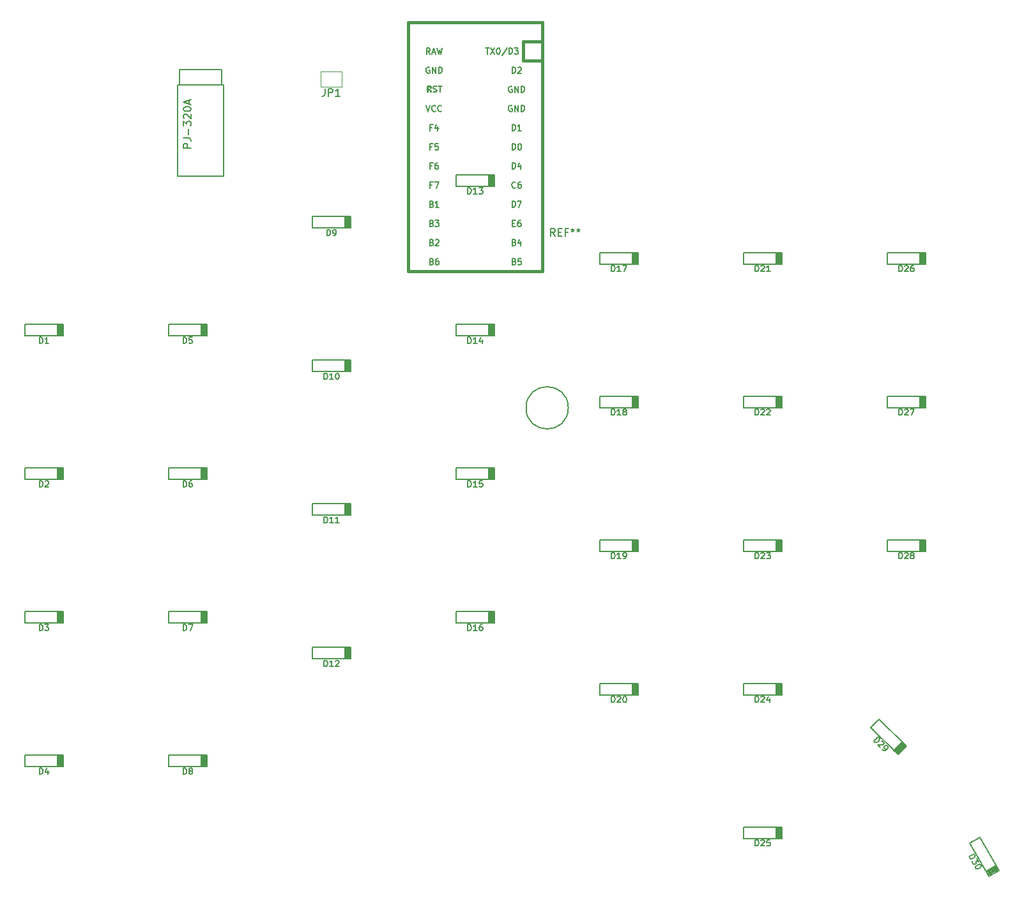
<source format=gbr>
G04 #@! TF.GenerationSoftware,KiCad,Pcbnew,(5.1.2)-2*
G04 #@! TF.CreationDate,2019-06-19T20:54:41-05:00*
G04 #@! TF.ProjectId,BlastersRev2,426c6173-7465-4727-9352-6576322e6b69,rev?*
G04 #@! TF.SameCoordinates,Original*
G04 #@! TF.FileFunction,Legend,Top*
G04 #@! TF.FilePolarity,Positive*
%FSLAX46Y46*%
G04 Gerber Fmt 4.6, Leading zero omitted, Abs format (unit mm)*
G04 Created by KiCad (PCBNEW (5.1.2)-2) date 2019-06-19 20:54:41*
%MOMM*%
%LPD*%
G04 APERTURE LIST*
%ADD10C,0.120000*%
%ADD11C,0.150000*%
%ADD12C,0.381000*%
G04 APERTURE END LIST*
D10*
X106120000Y-60190000D02*
X106120000Y-62190000D01*
X103320000Y-60190000D02*
X106120000Y-60190000D01*
X103320000Y-62190000D02*
X103320000Y-60190000D01*
X106120000Y-62190000D02*
X103320000Y-62190000D01*
D11*
X90193750Y-59912500D02*
X84593750Y-59912500D01*
X84593750Y-61912500D02*
X84593750Y-59912500D01*
X90193750Y-61912500D02*
X90193750Y-59912500D01*
X84343750Y-61912500D02*
X84343750Y-74012500D01*
X90443750Y-61912500D02*
X90443750Y-74012500D01*
X90443750Y-74012500D02*
X84343750Y-74012500D01*
X90443750Y-61912500D02*
X84343750Y-61912500D01*
X140335000Y-85693250D02*
X145415000Y-85693250D01*
X145415000Y-85693250D02*
X145415000Y-84169250D01*
X145415000Y-84169250D02*
X140335000Y-84169250D01*
X140335000Y-84169250D02*
X140335000Y-85693250D01*
X140335000Y-85693250D02*
X140843000Y-85693250D01*
X145034000Y-85693250D02*
X145034000Y-84169250D01*
X145161000Y-84169250D02*
X145161000Y-85693250D01*
X145288000Y-85693250D02*
X145288000Y-84169250D01*
X144907000Y-84169250D02*
X144907000Y-85693250D01*
X144780000Y-85693250D02*
X144780000Y-84169250D01*
X144653000Y-85693250D02*
X144653000Y-84169250D01*
X144653000Y-104743250D02*
X144653000Y-103219250D01*
X144780000Y-104743250D02*
X144780000Y-103219250D01*
X144907000Y-103219250D02*
X144907000Y-104743250D01*
X145288000Y-104743250D02*
X145288000Y-103219250D01*
X145161000Y-103219250D02*
X145161000Y-104743250D01*
X145034000Y-104743250D02*
X145034000Y-103219250D01*
X140335000Y-104743250D02*
X140843000Y-104743250D01*
X140335000Y-103219250D02*
X140335000Y-104743250D01*
X145415000Y-103219250D02*
X140335000Y-103219250D01*
X145415000Y-104743250D02*
X145415000Y-103219250D01*
X140335000Y-104743250D02*
X145415000Y-104743250D01*
X140335000Y-123793250D02*
X145415000Y-123793250D01*
X145415000Y-123793250D02*
X145415000Y-122269250D01*
X145415000Y-122269250D02*
X140335000Y-122269250D01*
X140335000Y-122269250D02*
X140335000Y-123793250D01*
X140335000Y-123793250D02*
X140843000Y-123793250D01*
X145034000Y-123793250D02*
X145034000Y-122269250D01*
X145161000Y-122269250D02*
X145161000Y-123793250D01*
X145288000Y-123793250D02*
X145288000Y-122269250D01*
X144907000Y-122269250D02*
X144907000Y-123793250D01*
X144780000Y-123793250D02*
X144780000Y-122269250D01*
X144653000Y-123793250D02*
X144653000Y-122269250D01*
X144653000Y-142843250D02*
X144653000Y-141319250D01*
X144780000Y-142843250D02*
X144780000Y-141319250D01*
X144907000Y-141319250D02*
X144907000Y-142843250D01*
X145288000Y-142843250D02*
X145288000Y-141319250D01*
X145161000Y-141319250D02*
X145161000Y-142843250D01*
X145034000Y-142843250D02*
X145034000Y-141319250D01*
X140335000Y-142843250D02*
X140843000Y-142843250D01*
X140335000Y-141319250D02*
X140335000Y-142843250D01*
X145415000Y-141319250D02*
X140335000Y-141319250D01*
X145415000Y-142843250D02*
X145415000Y-141319250D01*
X140335000Y-142843250D02*
X145415000Y-142843250D01*
X159385000Y-85693250D02*
X164465000Y-85693250D01*
X164465000Y-85693250D02*
X164465000Y-84169250D01*
X164465000Y-84169250D02*
X159385000Y-84169250D01*
X159385000Y-84169250D02*
X159385000Y-85693250D01*
X159385000Y-85693250D02*
X159893000Y-85693250D01*
X164084000Y-85693250D02*
X164084000Y-84169250D01*
X164211000Y-84169250D02*
X164211000Y-85693250D01*
X164338000Y-85693250D02*
X164338000Y-84169250D01*
X163957000Y-84169250D02*
X163957000Y-85693250D01*
X163830000Y-85693250D02*
X163830000Y-84169250D01*
X163703000Y-85693250D02*
X163703000Y-84169250D01*
X163703000Y-104743250D02*
X163703000Y-103219250D01*
X163830000Y-104743250D02*
X163830000Y-103219250D01*
X163957000Y-103219250D02*
X163957000Y-104743250D01*
X164338000Y-104743250D02*
X164338000Y-103219250D01*
X164211000Y-103219250D02*
X164211000Y-104743250D01*
X164084000Y-104743250D02*
X164084000Y-103219250D01*
X159385000Y-104743250D02*
X159893000Y-104743250D01*
X159385000Y-103219250D02*
X159385000Y-104743250D01*
X164465000Y-103219250D02*
X159385000Y-103219250D01*
X164465000Y-104743250D02*
X164465000Y-103219250D01*
X159385000Y-104743250D02*
X164465000Y-104743250D01*
X159385000Y-123793250D02*
X164465000Y-123793250D01*
X164465000Y-123793250D02*
X164465000Y-122269250D01*
X164465000Y-122269250D02*
X159385000Y-122269250D01*
X159385000Y-122269250D02*
X159385000Y-123793250D01*
X159385000Y-123793250D02*
X159893000Y-123793250D01*
X164084000Y-123793250D02*
X164084000Y-122269250D01*
X164211000Y-122269250D02*
X164211000Y-123793250D01*
X164338000Y-123793250D02*
X164338000Y-122269250D01*
X163957000Y-122269250D02*
X163957000Y-123793250D01*
X163830000Y-123793250D02*
X163830000Y-122269250D01*
X163703000Y-123793250D02*
X163703000Y-122269250D01*
X163703000Y-142843250D02*
X163703000Y-141319250D01*
X163830000Y-142843250D02*
X163830000Y-141319250D01*
X163957000Y-141319250D02*
X163957000Y-142843250D01*
X164338000Y-142843250D02*
X164338000Y-141319250D01*
X164211000Y-141319250D02*
X164211000Y-142843250D01*
X164084000Y-142843250D02*
X164084000Y-141319250D01*
X159385000Y-142843250D02*
X159893000Y-142843250D01*
X159385000Y-141319250D02*
X159385000Y-142843250D01*
X164465000Y-141319250D02*
X159385000Y-141319250D01*
X164465000Y-142843250D02*
X164465000Y-141319250D01*
X159385000Y-142843250D02*
X164465000Y-142843250D01*
X159385000Y-161893250D02*
X164465000Y-161893250D01*
X164465000Y-161893250D02*
X164465000Y-160369250D01*
X164465000Y-160369250D02*
X159385000Y-160369250D01*
X159385000Y-160369250D02*
X159385000Y-161893250D01*
X159385000Y-161893250D02*
X159893000Y-161893250D01*
X164084000Y-161893250D02*
X164084000Y-160369250D01*
X164211000Y-160369250D02*
X164211000Y-161893250D01*
X164338000Y-161893250D02*
X164338000Y-160369250D01*
X163957000Y-160369250D02*
X163957000Y-161893250D01*
X163830000Y-161893250D02*
X163830000Y-160369250D01*
X163703000Y-161893250D02*
X163703000Y-160369250D01*
X182753000Y-85693250D02*
X182753000Y-84169250D01*
X182880000Y-85693250D02*
X182880000Y-84169250D01*
X183007000Y-84169250D02*
X183007000Y-85693250D01*
X183388000Y-85693250D02*
X183388000Y-84169250D01*
X183261000Y-84169250D02*
X183261000Y-85693250D01*
X183134000Y-85693250D02*
X183134000Y-84169250D01*
X178435000Y-85693250D02*
X178943000Y-85693250D01*
X178435000Y-84169250D02*
X178435000Y-85693250D01*
X183515000Y-84169250D02*
X178435000Y-84169250D01*
X183515000Y-85693250D02*
X183515000Y-84169250D01*
X178435000Y-85693250D02*
X183515000Y-85693250D01*
X178435000Y-104743250D02*
X183515000Y-104743250D01*
X183515000Y-104743250D02*
X183515000Y-103219250D01*
X183515000Y-103219250D02*
X178435000Y-103219250D01*
X178435000Y-103219250D02*
X178435000Y-104743250D01*
X178435000Y-104743250D02*
X178943000Y-104743250D01*
X183134000Y-104743250D02*
X183134000Y-103219250D01*
X183261000Y-103219250D02*
X183261000Y-104743250D01*
X183388000Y-104743250D02*
X183388000Y-103219250D01*
X183007000Y-103219250D02*
X183007000Y-104743250D01*
X182880000Y-104743250D02*
X182880000Y-103219250D01*
X182753000Y-104743250D02*
X182753000Y-103219250D01*
X182753000Y-123793250D02*
X182753000Y-122269250D01*
X182880000Y-123793250D02*
X182880000Y-122269250D01*
X183007000Y-122269250D02*
X183007000Y-123793250D01*
X183388000Y-123793250D02*
X183388000Y-122269250D01*
X183261000Y-122269250D02*
X183261000Y-123793250D01*
X183134000Y-123793250D02*
X183134000Y-122269250D01*
X178435000Y-123793250D02*
X178943000Y-123793250D01*
X178435000Y-122269250D02*
X178435000Y-123793250D01*
X183515000Y-122269250D02*
X178435000Y-122269250D01*
X183515000Y-123793250D02*
X183515000Y-122269250D01*
X178435000Y-123793250D02*
X183515000Y-123793250D01*
X189363839Y-162487545D02*
X191903839Y-166886955D01*
X191903839Y-166886955D02*
X193223661Y-166124955D01*
X193223661Y-166124955D02*
X190683661Y-161725545D01*
X190683661Y-161725545D02*
X189363839Y-162487545D01*
X189363839Y-162487545D02*
X189617839Y-162927486D01*
X191713339Y-166556999D02*
X193033161Y-165794999D01*
X193096661Y-165904984D02*
X191776839Y-166666984D01*
X191840339Y-166776969D02*
X193160161Y-166014969D01*
X192969661Y-165685014D02*
X191649839Y-166447014D01*
X191586339Y-166337028D02*
X192906161Y-165575028D01*
X191522839Y-166227043D02*
X192842661Y-165465043D01*
X68453000Y-114268250D02*
X68453000Y-112744250D01*
X68580000Y-114268250D02*
X68580000Y-112744250D01*
X68707000Y-112744250D02*
X68707000Y-114268250D01*
X69088000Y-114268250D02*
X69088000Y-112744250D01*
X68961000Y-112744250D02*
X68961000Y-114268250D01*
X68834000Y-114268250D02*
X68834000Y-112744250D01*
X64135000Y-114268250D02*
X64643000Y-114268250D01*
X64135000Y-112744250D02*
X64135000Y-114268250D01*
X69215000Y-112744250D02*
X64135000Y-112744250D01*
X69215000Y-114268250D02*
X69215000Y-112744250D01*
X64135000Y-114268250D02*
X69215000Y-114268250D01*
X121285000Y-114268250D02*
X126365000Y-114268250D01*
X126365000Y-114268250D02*
X126365000Y-112744250D01*
X126365000Y-112744250D02*
X121285000Y-112744250D01*
X121285000Y-112744250D02*
X121285000Y-114268250D01*
X121285000Y-114268250D02*
X121793000Y-114268250D01*
X125984000Y-114268250D02*
X125984000Y-112744250D01*
X126111000Y-112744250D02*
X126111000Y-114268250D01*
X126238000Y-114268250D02*
X126238000Y-112744250D01*
X125857000Y-112744250D02*
X125857000Y-114268250D01*
X125730000Y-114268250D02*
X125730000Y-112744250D01*
X125603000Y-114268250D02*
X125603000Y-112744250D01*
X125603000Y-133318250D02*
X125603000Y-131794250D01*
X125730000Y-133318250D02*
X125730000Y-131794250D01*
X125857000Y-131794250D02*
X125857000Y-133318250D01*
X126238000Y-133318250D02*
X126238000Y-131794250D01*
X126111000Y-131794250D02*
X126111000Y-133318250D01*
X125984000Y-133318250D02*
X125984000Y-131794250D01*
X121285000Y-133318250D02*
X121793000Y-133318250D01*
X121285000Y-131794250D02*
X121285000Y-133318250D01*
X126365000Y-131794250D02*
X121285000Y-131794250D01*
X126365000Y-133318250D02*
X126365000Y-131794250D01*
X121285000Y-133318250D02*
X126365000Y-133318250D01*
X176258883Y-147174014D02*
X179850986Y-150766117D01*
X179850986Y-150766117D02*
X180928617Y-149688486D01*
X180928617Y-149688486D02*
X177336514Y-146096383D01*
X177336514Y-146096383D02*
X176258883Y-147174014D01*
X176258883Y-147174014D02*
X176618094Y-147533224D01*
X179581578Y-150496709D02*
X180659209Y-149419078D01*
X180749011Y-149508881D02*
X179671381Y-150586511D01*
X179761183Y-150676314D02*
X180838814Y-149598683D01*
X180569406Y-149329276D02*
X179491776Y-150406906D01*
X179401973Y-150317104D02*
X180479604Y-149239473D01*
X179312170Y-150227301D02*
X180389801Y-149149670D01*
X68453000Y-95218250D02*
X68453000Y-93694250D01*
X68580000Y-95218250D02*
X68580000Y-93694250D01*
X68707000Y-93694250D02*
X68707000Y-95218250D01*
X69088000Y-95218250D02*
X69088000Y-93694250D01*
X68961000Y-93694250D02*
X68961000Y-95218250D01*
X68834000Y-95218250D02*
X68834000Y-93694250D01*
X64135000Y-95218250D02*
X64643000Y-95218250D01*
X64135000Y-93694250D02*
X64135000Y-95218250D01*
X69215000Y-93694250D02*
X64135000Y-93694250D01*
X69215000Y-95218250D02*
X69215000Y-93694250D01*
X64135000Y-95218250D02*
X69215000Y-95218250D01*
X64135000Y-133318250D02*
X69215000Y-133318250D01*
X69215000Y-133318250D02*
X69215000Y-131794250D01*
X69215000Y-131794250D02*
X64135000Y-131794250D01*
X64135000Y-131794250D02*
X64135000Y-133318250D01*
X64135000Y-133318250D02*
X64643000Y-133318250D01*
X68834000Y-133318250D02*
X68834000Y-131794250D01*
X68961000Y-131794250D02*
X68961000Y-133318250D01*
X69088000Y-133318250D02*
X69088000Y-131794250D01*
X68707000Y-131794250D02*
X68707000Y-133318250D01*
X68580000Y-133318250D02*
X68580000Y-131794250D01*
X68453000Y-133318250D02*
X68453000Y-131794250D01*
X68453000Y-152368250D02*
X68453000Y-150844250D01*
X68580000Y-152368250D02*
X68580000Y-150844250D01*
X68707000Y-150844250D02*
X68707000Y-152368250D01*
X69088000Y-152368250D02*
X69088000Y-150844250D01*
X68961000Y-150844250D02*
X68961000Y-152368250D01*
X68834000Y-152368250D02*
X68834000Y-150844250D01*
X64135000Y-152368250D02*
X64643000Y-152368250D01*
X64135000Y-150844250D02*
X64135000Y-152368250D01*
X69215000Y-150844250D02*
X64135000Y-150844250D01*
X69215000Y-152368250D02*
X69215000Y-150844250D01*
X64135000Y-152368250D02*
X69215000Y-152368250D01*
X83185000Y-95218250D02*
X88265000Y-95218250D01*
X88265000Y-95218250D02*
X88265000Y-93694250D01*
X88265000Y-93694250D02*
X83185000Y-93694250D01*
X83185000Y-93694250D02*
X83185000Y-95218250D01*
X83185000Y-95218250D02*
X83693000Y-95218250D01*
X87884000Y-95218250D02*
X87884000Y-93694250D01*
X88011000Y-93694250D02*
X88011000Y-95218250D01*
X88138000Y-95218250D02*
X88138000Y-93694250D01*
X87757000Y-93694250D02*
X87757000Y-95218250D01*
X87630000Y-95218250D02*
X87630000Y-93694250D01*
X87503000Y-95218250D02*
X87503000Y-93694250D01*
X87503000Y-114268250D02*
X87503000Y-112744250D01*
X87630000Y-114268250D02*
X87630000Y-112744250D01*
X87757000Y-112744250D02*
X87757000Y-114268250D01*
X88138000Y-114268250D02*
X88138000Y-112744250D01*
X88011000Y-112744250D02*
X88011000Y-114268250D01*
X87884000Y-114268250D02*
X87884000Y-112744250D01*
X83185000Y-114268250D02*
X83693000Y-114268250D01*
X83185000Y-112744250D02*
X83185000Y-114268250D01*
X88265000Y-112744250D02*
X83185000Y-112744250D01*
X88265000Y-114268250D02*
X88265000Y-112744250D01*
X83185000Y-114268250D02*
X88265000Y-114268250D01*
X83185000Y-133318250D02*
X88265000Y-133318250D01*
X88265000Y-133318250D02*
X88265000Y-131794250D01*
X88265000Y-131794250D02*
X83185000Y-131794250D01*
X83185000Y-131794250D02*
X83185000Y-133318250D01*
X83185000Y-133318250D02*
X83693000Y-133318250D01*
X87884000Y-133318250D02*
X87884000Y-131794250D01*
X88011000Y-131794250D02*
X88011000Y-133318250D01*
X88138000Y-133318250D02*
X88138000Y-131794250D01*
X87757000Y-131794250D02*
X87757000Y-133318250D01*
X87630000Y-133318250D02*
X87630000Y-131794250D01*
X87503000Y-133318250D02*
X87503000Y-131794250D01*
X87503000Y-152368250D02*
X87503000Y-150844250D01*
X87630000Y-152368250D02*
X87630000Y-150844250D01*
X87757000Y-150844250D02*
X87757000Y-152368250D01*
X88138000Y-152368250D02*
X88138000Y-150844250D01*
X88011000Y-150844250D02*
X88011000Y-152368250D01*
X87884000Y-152368250D02*
X87884000Y-150844250D01*
X83185000Y-152368250D02*
X83693000Y-152368250D01*
X83185000Y-150844250D02*
X83185000Y-152368250D01*
X88265000Y-150844250D02*
X83185000Y-150844250D01*
X88265000Y-152368250D02*
X88265000Y-150844250D01*
X83185000Y-152368250D02*
X88265000Y-152368250D01*
X106553000Y-80930750D02*
X106553000Y-79406750D01*
X106680000Y-80930750D02*
X106680000Y-79406750D01*
X106807000Y-79406750D02*
X106807000Y-80930750D01*
X107188000Y-80930750D02*
X107188000Y-79406750D01*
X107061000Y-79406750D02*
X107061000Y-80930750D01*
X106934000Y-80930750D02*
X106934000Y-79406750D01*
X102235000Y-80930750D02*
X102743000Y-80930750D01*
X102235000Y-79406750D02*
X102235000Y-80930750D01*
X107315000Y-79406750D02*
X102235000Y-79406750D01*
X107315000Y-80930750D02*
X107315000Y-79406750D01*
X102235000Y-80930750D02*
X107315000Y-80930750D01*
X102235000Y-99980750D02*
X107315000Y-99980750D01*
X107315000Y-99980750D02*
X107315000Y-98456750D01*
X107315000Y-98456750D02*
X102235000Y-98456750D01*
X102235000Y-98456750D02*
X102235000Y-99980750D01*
X102235000Y-99980750D02*
X102743000Y-99980750D01*
X106934000Y-99980750D02*
X106934000Y-98456750D01*
X107061000Y-98456750D02*
X107061000Y-99980750D01*
X107188000Y-99980750D02*
X107188000Y-98456750D01*
X106807000Y-98456750D02*
X106807000Y-99980750D01*
X106680000Y-99980750D02*
X106680000Y-98456750D01*
X106553000Y-99980750D02*
X106553000Y-98456750D01*
X106553000Y-119030750D02*
X106553000Y-117506750D01*
X106680000Y-119030750D02*
X106680000Y-117506750D01*
X106807000Y-117506750D02*
X106807000Y-119030750D01*
X107188000Y-119030750D02*
X107188000Y-117506750D01*
X107061000Y-117506750D02*
X107061000Y-119030750D01*
X106934000Y-119030750D02*
X106934000Y-117506750D01*
X102235000Y-119030750D02*
X102743000Y-119030750D01*
X102235000Y-117506750D02*
X102235000Y-119030750D01*
X107315000Y-117506750D02*
X102235000Y-117506750D01*
X107315000Y-119030750D02*
X107315000Y-117506750D01*
X102235000Y-119030750D02*
X107315000Y-119030750D01*
X102235000Y-138080750D02*
X107315000Y-138080750D01*
X107315000Y-138080750D02*
X107315000Y-136556750D01*
X107315000Y-136556750D02*
X102235000Y-136556750D01*
X102235000Y-136556750D02*
X102235000Y-138080750D01*
X102235000Y-138080750D02*
X102743000Y-138080750D01*
X106934000Y-138080750D02*
X106934000Y-136556750D01*
X107061000Y-136556750D02*
X107061000Y-138080750D01*
X107188000Y-138080750D02*
X107188000Y-136556750D01*
X106807000Y-136556750D02*
X106807000Y-138080750D01*
X106680000Y-138080750D02*
X106680000Y-136556750D01*
X106553000Y-138080750D02*
X106553000Y-136556750D01*
X121285000Y-75374500D02*
X126365000Y-75374500D01*
X126365000Y-75374500D02*
X126365000Y-73850500D01*
X126365000Y-73850500D02*
X121285000Y-73850500D01*
X121285000Y-73850500D02*
X121285000Y-75374500D01*
X121285000Y-75374500D02*
X121793000Y-75374500D01*
X125984000Y-75374500D02*
X125984000Y-73850500D01*
X126111000Y-73850500D02*
X126111000Y-75374500D01*
X126238000Y-75374500D02*
X126238000Y-73850500D01*
X125857000Y-73850500D02*
X125857000Y-75374500D01*
X125730000Y-75374500D02*
X125730000Y-73850500D01*
X125603000Y-75374500D02*
X125603000Y-73850500D01*
X125603000Y-95218250D02*
X125603000Y-93694250D01*
X125730000Y-95218250D02*
X125730000Y-93694250D01*
X125857000Y-93694250D02*
X125857000Y-95218250D01*
X126238000Y-95218250D02*
X126238000Y-93694250D01*
X126111000Y-93694250D02*
X126111000Y-95218250D01*
X125984000Y-95218250D02*
X125984000Y-93694250D01*
X121285000Y-95218250D02*
X121793000Y-95218250D01*
X121285000Y-93694250D02*
X121285000Y-95218250D01*
X126365000Y-93694250D02*
X121285000Y-93694250D01*
X126365000Y-95218250D02*
X126365000Y-93694250D01*
X121285000Y-95218250D02*
X126365000Y-95218250D01*
D12*
X130175000Y-58737500D02*
X132715000Y-58737500D01*
X130175000Y-56197500D02*
X130175000Y-58737500D01*
D11*
G36*
X117780365Y-62486530D02*
G01*
X117780365Y-62586530D01*
X117680365Y-62586530D01*
X117680365Y-62486530D01*
X117780365Y-62486530D01*
G37*
X117780365Y-62486530D02*
X117780365Y-62586530D01*
X117680365Y-62586530D01*
X117680365Y-62486530D01*
X117780365Y-62486530D01*
G36*
X117580365Y-62086530D02*
G01*
X117580365Y-62886530D01*
X117480365Y-62886530D01*
X117480365Y-62086530D01*
X117580365Y-62086530D01*
G37*
X117580365Y-62086530D02*
X117580365Y-62886530D01*
X117480365Y-62886530D01*
X117480365Y-62086530D01*
X117580365Y-62086530D01*
G36*
X117980365Y-62686530D02*
G01*
X117980365Y-62886530D01*
X117880365Y-62886530D01*
X117880365Y-62686530D01*
X117980365Y-62686530D01*
G37*
X117980365Y-62686530D02*
X117980365Y-62886530D01*
X117880365Y-62886530D01*
X117880365Y-62686530D01*
X117980365Y-62686530D01*
G36*
X117980365Y-62086530D02*
G01*
X117980365Y-62386530D01*
X117880365Y-62386530D01*
X117880365Y-62086530D01*
X117980365Y-62086530D01*
G37*
X117980365Y-62086530D02*
X117980365Y-62386530D01*
X117880365Y-62386530D01*
X117880365Y-62086530D01*
X117980365Y-62086530D01*
G36*
X117980365Y-62086530D02*
G01*
X117980365Y-62186530D01*
X117480365Y-62186530D01*
X117480365Y-62086530D01*
X117980365Y-62086530D01*
G37*
X117980365Y-62086530D02*
X117980365Y-62186530D01*
X117480365Y-62186530D01*
X117480365Y-62086530D01*
X117980365Y-62086530D01*
D12*
X114935000Y-86677500D02*
X114935000Y-53657500D01*
X132715000Y-86677500D02*
X114935000Y-86677500D01*
X132715000Y-53657500D02*
X132715000Y-86677500D01*
X114935000Y-53657500D02*
X132715000Y-53657500D01*
X130175000Y-56197500D02*
X132715000Y-56197500D01*
D11*
X136150000Y-104775000D02*
G75*
G03X136150000Y-104775000I-2800000J0D01*
G01*
X103886666Y-62442380D02*
X103886666Y-63156666D01*
X103839047Y-63299523D01*
X103743809Y-63394761D01*
X103600952Y-63442380D01*
X103505714Y-63442380D01*
X104362857Y-63442380D02*
X104362857Y-62442380D01*
X104743809Y-62442380D01*
X104839047Y-62490000D01*
X104886666Y-62537619D01*
X104934285Y-62632857D01*
X104934285Y-62775714D01*
X104886666Y-62870952D01*
X104839047Y-62918571D01*
X104743809Y-62966190D01*
X104362857Y-62966190D01*
X105886666Y-63442380D02*
X105315238Y-63442380D01*
X105600952Y-63442380D02*
X105600952Y-62442380D01*
X105505714Y-62585238D01*
X105410476Y-62680476D01*
X105315238Y-62728095D01*
X86146130Y-70281547D02*
X85146130Y-70281547D01*
X85146130Y-69900595D01*
X85193750Y-69805357D01*
X85241369Y-69757738D01*
X85336607Y-69710119D01*
X85479464Y-69710119D01*
X85574702Y-69757738D01*
X85622321Y-69805357D01*
X85669940Y-69900595D01*
X85669940Y-70281547D01*
X85146130Y-68995833D02*
X85860416Y-68995833D01*
X86003273Y-69043452D01*
X86098511Y-69138690D01*
X86146130Y-69281547D01*
X86146130Y-69376785D01*
X85765178Y-68519642D02*
X85765178Y-67757738D01*
X85146130Y-67376785D02*
X85146130Y-66757738D01*
X85527083Y-67091071D01*
X85527083Y-66948214D01*
X85574702Y-66852976D01*
X85622321Y-66805357D01*
X85717559Y-66757738D01*
X85955654Y-66757738D01*
X86050892Y-66805357D01*
X86098511Y-66852976D01*
X86146130Y-66948214D01*
X86146130Y-67233928D01*
X86098511Y-67329166D01*
X86050892Y-67376785D01*
X85241369Y-66376785D02*
X85193750Y-66329166D01*
X85146130Y-66233928D01*
X85146130Y-65995833D01*
X85193750Y-65900595D01*
X85241369Y-65852976D01*
X85336607Y-65805357D01*
X85431845Y-65805357D01*
X85574702Y-65852976D01*
X86146130Y-66424404D01*
X86146130Y-65805357D01*
X85146130Y-65186309D02*
X85146130Y-65091071D01*
X85193750Y-64995833D01*
X85241369Y-64948214D01*
X85336607Y-64900595D01*
X85527083Y-64852976D01*
X85765178Y-64852976D01*
X85955654Y-64900595D01*
X86050892Y-64948214D01*
X86098511Y-64995833D01*
X86146130Y-65091071D01*
X86146130Y-65186309D01*
X86098511Y-65281547D01*
X86050892Y-65329166D01*
X85955654Y-65376785D01*
X85765178Y-65424404D01*
X85527083Y-65424404D01*
X85336607Y-65376785D01*
X85241369Y-65329166D01*
X85193750Y-65281547D01*
X85146130Y-65186309D01*
X85860416Y-64472023D02*
X85860416Y-63995833D01*
X86146130Y-64567261D02*
X85146130Y-64233928D01*
X86146130Y-63900595D01*
X141878171Y-86693154D02*
X141878171Y-85893154D01*
X142068647Y-85893154D01*
X142182933Y-85931250D01*
X142259123Y-86007440D01*
X142297219Y-86083630D01*
X142335314Y-86236011D01*
X142335314Y-86350297D01*
X142297219Y-86502678D01*
X142259123Y-86578869D01*
X142182933Y-86655059D01*
X142068647Y-86693154D01*
X141878171Y-86693154D01*
X143097219Y-86693154D02*
X142640076Y-86693154D01*
X142868647Y-86693154D02*
X142868647Y-85893154D01*
X142792457Y-86007440D01*
X142716266Y-86083630D01*
X142640076Y-86121726D01*
X143363885Y-85893154D02*
X143897219Y-85893154D01*
X143554361Y-86693154D01*
X141878171Y-105743154D02*
X141878171Y-104943154D01*
X142068647Y-104943154D01*
X142182933Y-104981250D01*
X142259123Y-105057440D01*
X142297219Y-105133630D01*
X142335314Y-105286011D01*
X142335314Y-105400297D01*
X142297219Y-105552678D01*
X142259123Y-105628869D01*
X142182933Y-105705059D01*
X142068647Y-105743154D01*
X141878171Y-105743154D01*
X143097219Y-105743154D02*
X142640076Y-105743154D01*
X142868647Y-105743154D02*
X142868647Y-104943154D01*
X142792457Y-105057440D01*
X142716266Y-105133630D01*
X142640076Y-105171726D01*
X143554361Y-105286011D02*
X143478171Y-105247916D01*
X143440076Y-105209821D01*
X143401980Y-105133630D01*
X143401980Y-105095535D01*
X143440076Y-105019345D01*
X143478171Y-104981250D01*
X143554361Y-104943154D01*
X143706742Y-104943154D01*
X143782933Y-104981250D01*
X143821028Y-105019345D01*
X143859123Y-105095535D01*
X143859123Y-105133630D01*
X143821028Y-105209821D01*
X143782933Y-105247916D01*
X143706742Y-105286011D01*
X143554361Y-105286011D01*
X143478171Y-105324107D01*
X143440076Y-105362202D01*
X143401980Y-105438392D01*
X143401980Y-105590773D01*
X143440076Y-105666964D01*
X143478171Y-105705059D01*
X143554361Y-105743154D01*
X143706742Y-105743154D01*
X143782933Y-105705059D01*
X143821028Y-105666964D01*
X143859123Y-105590773D01*
X143859123Y-105438392D01*
X143821028Y-105362202D01*
X143782933Y-105324107D01*
X143706742Y-105286011D01*
X141878171Y-124793154D02*
X141878171Y-123993154D01*
X142068647Y-123993154D01*
X142182933Y-124031250D01*
X142259123Y-124107440D01*
X142297219Y-124183630D01*
X142335314Y-124336011D01*
X142335314Y-124450297D01*
X142297219Y-124602678D01*
X142259123Y-124678869D01*
X142182933Y-124755059D01*
X142068647Y-124793154D01*
X141878171Y-124793154D01*
X143097219Y-124793154D02*
X142640076Y-124793154D01*
X142868647Y-124793154D02*
X142868647Y-123993154D01*
X142792457Y-124107440D01*
X142716266Y-124183630D01*
X142640076Y-124221726D01*
X143478171Y-124793154D02*
X143630552Y-124793154D01*
X143706742Y-124755059D01*
X143744838Y-124716964D01*
X143821028Y-124602678D01*
X143859123Y-124450297D01*
X143859123Y-124145535D01*
X143821028Y-124069345D01*
X143782933Y-124031250D01*
X143706742Y-123993154D01*
X143554361Y-123993154D01*
X143478171Y-124031250D01*
X143440076Y-124069345D01*
X143401980Y-124145535D01*
X143401980Y-124336011D01*
X143440076Y-124412202D01*
X143478171Y-124450297D01*
X143554361Y-124488392D01*
X143706742Y-124488392D01*
X143782933Y-124450297D01*
X143821028Y-124412202D01*
X143859123Y-124336011D01*
X141878171Y-143843154D02*
X141878171Y-143043154D01*
X142068647Y-143043154D01*
X142182933Y-143081250D01*
X142259123Y-143157440D01*
X142297219Y-143233630D01*
X142335314Y-143386011D01*
X142335314Y-143500297D01*
X142297219Y-143652678D01*
X142259123Y-143728869D01*
X142182933Y-143805059D01*
X142068647Y-143843154D01*
X141878171Y-143843154D01*
X142640076Y-143119345D02*
X142678171Y-143081250D01*
X142754361Y-143043154D01*
X142944838Y-143043154D01*
X143021028Y-143081250D01*
X143059123Y-143119345D01*
X143097219Y-143195535D01*
X143097219Y-143271726D01*
X143059123Y-143386011D01*
X142601980Y-143843154D01*
X143097219Y-143843154D01*
X143592457Y-143043154D02*
X143668647Y-143043154D01*
X143744838Y-143081250D01*
X143782933Y-143119345D01*
X143821028Y-143195535D01*
X143859123Y-143347916D01*
X143859123Y-143538392D01*
X143821028Y-143690773D01*
X143782933Y-143766964D01*
X143744838Y-143805059D01*
X143668647Y-143843154D01*
X143592457Y-143843154D01*
X143516266Y-143805059D01*
X143478171Y-143766964D01*
X143440076Y-143690773D01*
X143401980Y-143538392D01*
X143401980Y-143347916D01*
X143440076Y-143195535D01*
X143478171Y-143119345D01*
X143516266Y-143081250D01*
X143592457Y-143043154D01*
X160928171Y-86693154D02*
X160928171Y-85893154D01*
X161118647Y-85893154D01*
X161232933Y-85931250D01*
X161309123Y-86007440D01*
X161347219Y-86083630D01*
X161385314Y-86236011D01*
X161385314Y-86350297D01*
X161347219Y-86502678D01*
X161309123Y-86578869D01*
X161232933Y-86655059D01*
X161118647Y-86693154D01*
X160928171Y-86693154D01*
X161690076Y-85969345D02*
X161728171Y-85931250D01*
X161804361Y-85893154D01*
X161994838Y-85893154D01*
X162071028Y-85931250D01*
X162109123Y-85969345D01*
X162147219Y-86045535D01*
X162147219Y-86121726D01*
X162109123Y-86236011D01*
X161651980Y-86693154D01*
X162147219Y-86693154D01*
X162909123Y-86693154D02*
X162451980Y-86693154D01*
X162680552Y-86693154D02*
X162680552Y-85893154D01*
X162604361Y-86007440D01*
X162528171Y-86083630D01*
X162451980Y-86121726D01*
X160928171Y-105743154D02*
X160928171Y-104943154D01*
X161118647Y-104943154D01*
X161232933Y-104981250D01*
X161309123Y-105057440D01*
X161347219Y-105133630D01*
X161385314Y-105286011D01*
X161385314Y-105400297D01*
X161347219Y-105552678D01*
X161309123Y-105628869D01*
X161232933Y-105705059D01*
X161118647Y-105743154D01*
X160928171Y-105743154D01*
X161690076Y-105019345D02*
X161728171Y-104981250D01*
X161804361Y-104943154D01*
X161994838Y-104943154D01*
X162071028Y-104981250D01*
X162109123Y-105019345D01*
X162147219Y-105095535D01*
X162147219Y-105171726D01*
X162109123Y-105286011D01*
X161651980Y-105743154D01*
X162147219Y-105743154D01*
X162451980Y-105019345D02*
X162490076Y-104981250D01*
X162566266Y-104943154D01*
X162756742Y-104943154D01*
X162832933Y-104981250D01*
X162871028Y-105019345D01*
X162909123Y-105095535D01*
X162909123Y-105171726D01*
X162871028Y-105286011D01*
X162413885Y-105743154D01*
X162909123Y-105743154D01*
X160928171Y-124793154D02*
X160928171Y-123993154D01*
X161118647Y-123993154D01*
X161232933Y-124031250D01*
X161309123Y-124107440D01*
X161347219Y-124183630D01*
X161385314Y-124336011D01*
X161385314Y-124450297D01*
X161347219Y-124602678D01*
X161309123Y-124678869D01*
X161232933Y-124755059D01*
X161118647Y-124793154D01*
X160928171Y-124793154D01*
X161690076Y-124069345D02*
X161728171Y-124031250D01*
X161804361Y-123993154D01*
X161994838Y-123993154D01*
X162071028Y-124031250D01*
X162109123Y-124069345D01*
X162147219Y-124145535D01*
X162147219Y-124221726D01*
X162109123Y-124336011D01*
X161651980Y-124793154D01*
X162147219Y-124793154D01*
X162413885Y-123993154D02*
X162909123Y-123993154D01*
X162642457Y-124297916D01*
X162756742Y-124297916D01*
X162832933Y-124336011D01*
X162871028Y-124374107D01*
X162909123Y-124450297D01*
X162909123Y-124640773D01*
X162871028Y-124716964D01*
X162832933Y-124755059D01*
X162756742Y-124793154D01*
X162528171Y-124793154D01*
X162451980Y-124755059D01*
X162413885Y-124716964D01*
X160928171Y-143843154D02*
X160928171Y-143043154D01*
X161118647Y-143043154D01*
X161232933Y-143081250D01*
X161309123Y-143157440D01*
X161347219Y-143233630D01*
X161385314Y-143386011D01*
X161385314Y-143500297D01*
X161347219Y-143652678D01*
X161309123Y-143728869D01*
X161232933Y-143805059D01*
X161118647Y-143843154D01*
X160928171Y-143843154D01*
X161690076Y-143119345D02*
X161728171Y-143081250D01*
X161804361Y-143043154D01*
X161994838Y-143043154D01*
X162071028Y-143081250D01*
X162109123Y-143119345D01*
X162147219Y-143195535D01*
X162147219Y-143271726D01*
X162109123Y-143386011D01*
X161651980Y-143843154D01*
X162147219Y-143843154D01*
X162832933Y-143309821D02*
X162832933Y-143843154D01*
X162642457Y-143005059D02*
X162451980Y-143576488D01*
X162947219Y-143576488D01*
X160928171Y-162893154D02*
X160928171Y-162093154D01*
X161118647Y-162093154D01*
X161232933Y-162131250D01*
X161309123Y-162207440D01*
X161347219Y-162283630D01*
X161385314Y-162436011D01*
X161385314Y-162550297D01*
X161347219Y-162702678D01*
X161309123Y-162778869D01*
X161232933Y-162855059D01*
X161118647Y-162893154D01*
X160928171Y-162893154D01*
X161690076Y-162169345D02*
X161728171Y-162131250D01*
X161804361Y-162093154D01*
X161994838Y-162093154D01*
X162071028Y-162131250D01*
X162109123Y-162169345D01*
X162147219Y-162245535D01*
X162147219Y-162321726D01*
X162109123Y-162436011D01*
X161651980Y-162893154D01*
X162147219Y-162893154D01*
X162871028Y-162093154D02*
X162490076Y-162093154D01*
X162451980Y-162474107D01*
X162490076Y-162436011D01*
X162566266Y-162397916D01*
X162756742Y-162397916D01*
X162832933Y-162436011D01*
X162871028Y-162474107D01*
X162909123Y-162550297D01*
X162909123Y-162740773D01*
X162871028Y-162816964D01*
X162832933Y-162855059D01*
X162756742Y-162893154D01*
X162566266Y-162893154D01*
X162490076Y-162855059D01*
X162451980Y-162816964D01*
X179978171Y-86693154D02*
X179978171Y-85893154D01*
X180168647Y-85893154D01*
X180282933Y-85931250D01*
X180359123Y-86007440D01*
X180397219Y-86083630D01*
X180435314Y-86236011D01*
X180435314Y-86350297D01*
X180397219Y-86502678D01*
X180359123Y-86578869D01*
X180282933Y-86655059D01*
X180168647Y-86693154D01*
X179978171Y-86693154D01*
X180740076Y-85969345D02*
X180778171Y-85931250D01*
X180854361Y-85893154D01*
X181044838Y-85893154D01*
X181121028Y-85931250D01*
X181159123Y-85969345D01*
X181197219Y-86045535D01*
X181197219Y-86121726D01*
X181159123Y-86236011D01*
X180701980Y-86693154D01*
X181197219Y-86693154D01*
X181882933Y-85893154D02*
X181730552Y-85893154D01*
X181654361Y-85931250D01*
X181616266Y-85969345D01*
X181540076Y-86083630D01*
X181501980Y-86236011D01*
X181501980Y-86540773D01*
X181540076Y-86616964D01*
X181578171Y-86655059D01*
X181654361Y-86693154D01*
X181806742Y-86693154D01*
X181882933Y-86655059D01*
X181921028Y-86616964D01*
X181959123Y-86540773D01*
X181959123Y-86350297D01*
X181921028Y-86274107D01*
X181882933Y-86236011D01*
X181806742Y-86197916D01*
X181654361Y-86197916D01*
X181578171Y-86236011D01*
X181540076Y-86274107D01*
X181501980Y-86350297D01*
X179978171Y-105743154D02*
X179978171Y-104943154D01*
X180168647Y-104943154D01*
X180282933Y-104981250D01*
X180359123Y-105057440D01*
X180397219Y-105133630D01*
X180435314Y-105286011D01*
X180435314Y-105400297D01*
X180397219Y-105552678D01*
X180359123Y-105628869D01*
X180282933Y-105705059D01*
X180168647Y-105743154D01*
X179978171Y-105743154D01*
X180740076Y-105019345D02*
X180778171Y-104981250D01*
X180854361Y-104943154D01*
X181044838Y-104943154D01*
X181121028Y-104981250D01*
X181159123Y-105019345D01*
X181197219Y-105095535D01*
X181197219Y-105171726D01*
X181159123Y-105286011D01*
X180701980Y-105743154D01*
X181197219Y-105743154D01*
X181463885Y-104943154D02*
X181997219Y-104943154D01*
X181654361Y-105743154D01*
X179978171Y-124793154D02*
X179978171Y-123993154D01*
X180168647Y-123993154D01*
X180282933Y-124031250D01*
X180359123Y-124107440D01*
X180397219Y-124183630D01*
X180435314Y-124336011D01*
X180435314Y-124450297D01*
X180397219Y-124602678D01*
X180359123Y-124678869D01*
X180282933Y-124755059D01*
X180168647Y-124793154D01*
X179978171Y-124793154D01*
X180740076Y-124069345D02*
X180778171Y-124031250D01*
X180854361Y-123993154D01*
X181044838Y-123993154D01*
X181121028Y-124031250D01*
X181159123Y-124069345D01*
X181197219Y-124145535D01*
X181197219Y-124221726D01*
X181159123Y-124336011D01*
X180701980Y-124793154D01*
X181197219Y-124793154D01*
X181654361Y-124336011D02*
X181578171Y-124297916D01*
X181540076Y-124259821D01*
X181501980Y-124183630D01*
X181501980Y-124145535D01*
X181540076Y-124069345D01*
X181578171Y-124031250D01*
X181654361Y-123993154D01*
X181806742Y-123993154D01*
X181882933Y-124031250D01*
X181921028Y-124069345D01*
X181959123Y-124145535D01*
X181959123Y-124183630D01*
X181921028Y-124259821D01*
X181882933Y-124297916D01*
X181806742Y-124336011D01*
X181654361Y-124336011D01*
X181578171Y-124374107D01*
X181540076Y-124412202D01*
X181501980Y-124488392D01*
X181501980Y-124640773D01*
X181540076Y-124716964D01*
X181578171Y-124755059D01*
X181654361Y-124793154D01*
X181806742Y-124793154D01*
X181882933Y-124755059D01*
X181921028Y-124716964D01*
X181959123Y-124640773D01*
X181959123Y-124488392D01*
X181921028Y-124412202D01*
X181882933Y-124374107D01*
X181806742Y-124336011D01*
X189269480Y-164323923D02*
X189962301Y-163923923D01*
X190057539Y-164088880D01*
X190081690Y-164206902D01*
X190053803Y-164310980D01*
X190006867Y-164382067D01*
X189893949Y-164491249D01*
X189794975Y-164548392D01*
X189643962Y-164591591D01*
X189558931Y-164596695D01*
X189454853Y-164568807D01*
X189364719Y-164488880D01*
X189269480Y-164323923D01*
X190324206Y-164550760D02*
X190571825Y-164979649D01*
X190174560Y-164901090D01*
X190231703Y-165000064D01*
X190236806Y-165085095D01*
X190222863Y-165137134D01*
X190175927Y-165208221D01*
X190010970Y-165303459D01*
X189925940Y-165308563D01*
X189873901Y-165294619D01*
X189802814Y-165247683D01*
X189688528Y-165049735D01*
X189683424Y-164964704D01*
X189697368Y-164912665D01*
X190819444Y-165408538D02*
X190857539Y-165474521D01*
X190862643Y-165559551D01*
X190848699Y-165611590D01*
X190801764Y-165682677D01*
X190688845Y-165791859D01*
X190523888Y-165887097D01*
X190372875Y-165930296D01*
X190287844Y-165935400D01*
X190235805Y-165921456D01*
X190164719Y-165874521D01*
X190126623Y-165808538D01*
X190121520Y-165723508D01*
X190135463Y-165671468D01*
X190182399Y-165600382D01*
X190295317Y-165491200D01*
X190460274Y-165395962D01*
X190611287Y-165352763D01*
X190696318Y-165347659D01*
X190748357Y-165361603D01*
X190819444Y-165408538D01*
X66059123Y-115268154D02*
X66059123Y-114468154D01*
X66249600Y-114468154D01*
X66363885Y-114506250D01*
X66440076Y-114582440D01*
X66478171Y-114658630D01*
X66516266Y-114811011D01*
X66516266Y-114925297D01*
X66478171Y-115077678D01*
X66440076Y-115153869D01*
X66363885Y-115230059D01*
X66249600Y-115268154D01*
X66059123Y-115268154D01*
X66821028Y-114544345D02*
X66859123Y-114506250D01*
X66935314Y-114468154D01*
X67125790Y-114468154D01*
X67201980Y-114506250D01*
X67240076Y-114544345D01*
X67278171Y-114620535D01*
X67278171Y-114696726D01*
X67240076Y-114811011D01*
X66782933Y-115268154D01*
X67278171Y-115268154D01*
X122828171Y-115268154D02*
X122828171Y-114468154D01*
X123018647Y-114468154D01*
X123132933Y-114506250D01*
X123209123Y-114582440D01*
X123247219Y-114658630D01*
X123285314Y-114811011D01*
X123285314Y-114925297D01*
X123247219Y-115077678D01*
X123209123Y-115153869D01*
X123132933Y-115230059D01*
X123018647Y-115268154D01*
X122828171Y-115268154D01*
X124047219Y-115268154D02*
X123590076Y-115268154D01*
X123818647Y-115268154D02*
X123818647Y-114468154D01*
X123742457Y-114582440D01*
X123666266Y-114658630D01*
X123590076Y-114696726D01*
X124771028Y-114468154D02*
X124390076Y-114468154D01*
X124351980Y-114849107D01*
X124390076Y-114811011D01*
X124466266Y-114772916D01*
X124656742Y-114772916D01*
X124732933Y-114811011D01*
X124771028Y-114849107D01*
X124809123Y-114925297D01*
X124809123Y-115115773D01*
X124771028Y-115191964D01*
X124732933Y-115230059D01*
X124656742Y-115268154D01*
X124466266Y-115268154D01*
X124390076Y-115230059D01*
X124351980Y-115191964D01*
X122828171Y-134318154D02*
X122828171Y-133518154D01*
X123018647Y-133518154D01*
X123132933Y-133556250D01*
X123209123Y-133632440D01*
X123247219Y-133708630D01*
X123285314Y-133861011D01*
X123285314Y-133975297D01*
X123247219Y-134127678D01*
X123209123Y-134203869D01*
X123132933Y-134280059D01*
X123018647Y-134318154D01*
X122828171Y-134318154D01*
X124047219Y-134318154D02*
X123590076Y-134318154D01*
X123818647Y-134318154D02*
X123818647Y-133518154D01*
X123742457Y-133632440D01*
X123666266Y-133708630D01*
X123590076Y-133746726D01*
X124732933Y-133518154D02*
X124580552Y-133518154D01*
X124504361Y-133556250D01*
X124466266Y-133594345D01*
X124390076Y-133708630D01*
X124351980Y-133861011D01*
X124351980Y-134165773D01*
X124390076Y-134241964D01*
X124428171Y-134280059D01*
X124504361Y-134318154D01*
X124656742Y-134318154D01*
X124732933Y-134280059D01*
X124771028Y-134241964D01*
X124809123Y-134165773D01*
X124809123Y-133975297D01*
X124771028Y-133899107D01*
X124732933Y-133861011D01*
X124656742Y-133822916D01*
X124504361Y-133822916D01*
X124428171Y-133861011D01*
X124390076Y-133899107D01*
X124351980Y-133975297D01*
X176643030Y-148972240D02*
X177208716Y-148406555D01*
X177343403Y-148541242D01*
X177397278Y-148648991D01*
X177397278Y-148756741D01*
X177370340Y-148837553D01*
X177289528Y-148972240D01*
X177208716Y-149053052D01*
X177074029Y-149133864D01*
X176993217Y-149160802D01*
X176885467Y-149160802D01*
X176777717Y-149106927D01*
X176643030Y-148972240D01*
X177693589Y-148999177D02*
X177747464Y-148999177D01*
X177828276Y-149026115D01*
X177962963Y-149160802D01*
X177989901Y-149241614D01*
X177989901Y-149295489D01*
X177962963Y-149376301D01*
X177909088Y-149430176D01*
X177801339Y-149484051D01*
X177154841Y-149484051D01*
X177505027Y-149834237D01*
X177774401Y-150103611D02*
X177882151Y-150211361D01*
X177962963Y-150238298D01*
X178016838Y-150238298D01*
X178151525Y-150211361D01*
X178286212Y-150130548D01*
X178501711Y-149915049D01*
X178528649Y-149834237D01*
X178528649Y-149780362D01*
X178501711Y-149699550D01*
X178393962Y-149591800D01*
X178313149Y-149564863D01*
X178259275Y-149564863D01*
X178178462Y-149591800D01*
X178043775Y-149726487D01*
X178016838Y-149807300D01*
X178016838Y-149861174D01*
X178043775Y-149941987D01*
X178151525Y-150049736D01*
X178232337Y-150076674D01*
X178286212Y-150076674D01*
X178367024Y-150049736D01*
X66059123Y-96218154D02*
X66059123Y-95418154D01*
X66249600Y-95418154D01*
X66363885Y-95456250D01*
X66440076Y-95532440D01*
X66478171Y-95608630D01*
X66516266Y-95761011D01*
X66516266Y-95875297D01*
X66478171Y-96027678D01*
X66440076Y-96103869D01*
X66363885Y-96180059D01*
X66249600Y-96218154D01*
X66059123Y-96218154D01*
X67278171Y-96218154D02*
X66821028Y-96218154D01*
X67049600Y-96218154D02*
X67049600Y-95418154D01*
X66973409Y-95532440D01*
X66897219Y-95608630D01*
X66821028Y-95646726D01*
X66059123Y-134318154D02*
X66059123Y-133518154D01*
X66249600Y-133518154D01*
X66363885Y-133556250D01*
X66440076Y-133632440D01*
X66478171Y-133708630D01*
X66516266Y-133861011D01*
X66516266Y-133975297D01*
X66478171Y-134127678D01*
X66440076Y-134203869D01*
X66363885Y-134280059D01*
X66249600Y-134318154D01*
X66059123Y-134318154D01*
X66782933Y-133518154D02*
X67278171Y-133518154D01*
X67011504Y-133822916D01*
X67125790Y-133822916D01*
X67201980Y-133861011D01*
X67240076Y-133899107D01*
X67278171Y-133975297D01*
X67278171Y-134165773D01*
X67240076Y-134241964D01*
X67201980Y-134280059D01*
X67125790Y-134318154D01*
X66897219Y-134318154D01*
X66821028Y-134280059D01*
X66782933Y-134241964D01*
X66059123Y-153368154D02*
X66059123Y-152568154D01*
X66249600Y-152568154D01*
X66363885Y-152606250D01*
X66440076Y-152682440D01*
X66478171Y-152758630D01*
X66516266Y-152911011D01*
X66516266Y-153025297D01*
X66478171Y-153177678D01*
X66440076Y-153253869D01*
X66363885Y-153330059D01*
X66249600Y-153368154D01*
X66059123Y-153368154D01*
X67201980Y-152834821D02*
X67201980Y-153368154D01*
X67011504Y-152530059D02*
X66821028Y-153101488D01*
X67316266Y-153101488D01*
X85109123Y-96218154D02*
X85109123Y-95418154D01*
X85299600Y-95418154D01*
X85413885Y-95456250D01*
X85490076Y-95532440D01*
X85528171Y-95608630D01*
X85566266Y-95761011D01*
X85566266Y-95875297D01*
X85528171Y-96027678D01*
X85490076Y-96103869D01*
X85413885Y-96180059D01*
X85299600Y-96218154D01*
X85109123Y-96218154D01*
X86290076Y-95418154D02*
X85909123Y-95418154D01*
X85871028Y-95799107D01*
X85909123Y-95761011D01*
X85985314Y-95722916D01*
X86175790Y-95722916D01*
X86251980Y-95761011D01*
X86290076Y-95799107D01*
X86328171Y-95875297D01*
X86328171Y-96065773D01*
X86290076Y-96141964D01*
X86251980Y-96180059D01*
X86175790Y-96218154D01*
X85985314Y-96218154D01*
X85909123Y-96180059D01*
X85871028Y-96141964D01*
X85109123Y-115268154D02*
X85109123Y-114468154D01*
X85299600Y-114468154D01*
X85413885Y-114506250D01*
X85490076Y-114582440D01*
X85528171Y-114658630D01*
X85566266Y-114811011D01*
X85566266Y-114925297D01*
X85528171Y-115077678D01*
X85490076Y-115153869D01*
X85413885Y-115230059D01*
X85299600Y-115268154D01*
X85109123Y-115268154D01*
X86251980Y-114468154D02*
X86099600Y-114468154D01*
X86023409Y-114506250D01*
X85985314Y-114544345D01*
X85909123Y-114658630D01*
X85871028Y-114811011D01*
X85871028Y-115115773D01*
X85909123Y-115191964D01*
X85947219Y-115230059D01*
X86023409Y-115268154D01*
X86175790Y-115268154D01*
X86251980Y-115230059D01*
X86290076Y-115191964D01*
X86328171Y-115115773D01*
X86328171Y-114925297D01*
X86290076Y-114849107D01*
X86251980Y-114811011D01*
X86175790Y-114772916D01*
X86023409Y-114772916D01*
X85947219Y-114811011D01*
X85909123Y-114849107D01*
X85871028Y-114925297D01*
X85109123Y-134318154D02*
X85109123Y-133518154D01*
X85299600Y-133518154D01*
X85413885Y-133556250D01*
X85490076Y-133632440D01*
X85528171Y-133708630D01*
X85566266Y-133861011D01*
X85566266Y-133975297D01*
X85528171Y-134127678D01*
X85490076Y-134203869D01*
X85413885Y-134280059D01*
X85299600Y-134318154D01*
X85109123Y-134318154D01*
X85832933Y-133518154D02*
X86366266Y-133518154D01*
X86023409Y-134318154D01*
X85109123Y-153368154D02*
X85109123Y-152568154D01*
X85299600Y-152568154D01*
X85413885Y-152606250D01*
X85490076Y-152682440D01*
X85528171Y-152758630D01*
X85566266Y-152911011D01*
X85566266Y-153025297D01*
X85528171Y-153177678D01*
X85490076Y-153253869D01*
X85413885Y-153330059D01*
X85299600Y-153368154D01*
X85109123Y-153368154D01*
X86023409Y-152911011D02*
X85947219Y-152872916D01*
X85909123Y-152834821D01*
X85871028Y-152758630D01*
X85871028Y-152720535D01*
X85909123Y-152644345D01*
X85947219Y-152606250D01*
X86023409Y-152568154D01*
X86175790Y-152568154D01*
X86251980Y-152606250D01*
X86290076Y-152644345D01*
X86328171Y-152720535D01*
X86328171Y-152758630D01*
X86290076Y-152834821D01*
X86251980Y-152872916D01*
X86175790Y-152911011D01*
X86023409Y-152911011D01*
X85947219Y-152949107D01*
X85909123Y-152987202D01*
X85871028Y-153063392D01*
X85871028Y-153215773D01*
X85909123Y-153291964D01*
X85947219Y-153330059D01*
X86023409Y-153368154D01*
X86175790Y-153368154D01*
X86251980Y-153330059D01*
X86290076Y-153291964D01*
X86328171Y-153215773D01*
X86328171Y-153063392D01*
X86290076Y-152987202D01*
X86251980Y-152949107D01*
X86175790Y-152911011D01*
X104159123Y-81930654D02*
X104159123Y-81130654D01*
X104349600Y-81130654D01*
X104463885Y-81168750D01*
X104540076Y-81244940D01*
X104578171Y-81321130D01*
X104616266Y-81473511D01*
X104616266Y-81587797D01*
X104578171Y-81740178D01*
X104540076Y-81816369D01*
X104463885Y-81892559D01*
X104349600Y-81930654D01*
X104159123Y-81930654D01*
X104997219Y-81930654D02*
X105149600Y-81930654D01*
X105225790Y-81892559D01*
X105263885Y-81854464D01*
X105340076Y-81740178D01*
X105378171Y-81587797D01*
X105378171Y-81283035D01*
X105340076Y-81206845D01*
X105301980Y-81168750D01*
X105225790Y-81130654D01*
X105073409Y-81130654D01*
X104997219Y-81168750D01*
X104959123Y-81206845D01*
X104921028Y-81283035D01*
X104921028Y-81473511D01*
X104959123Y-81549702D01*
X104997219Y-81587797D01*
X105073409Y-81625892D01*
X105225790Y-81625892D01*
X105301980Y-81587797D01*
X105340076Y-81549702D01*
X105378171Y-81473511D01*
X103778171Y-100980654D02*
X103778171Y-100180654D01*
X103968647Y-100180654D01*
X104082933Y-100218750D01*
X104159123Y-100294940D01*
X104197219Y-100371130D01*
X104235314Y-100523511D01*
X104235314Y-100637797D01*
X104197219Y-100790178D01*
X104159123Y-100866369D01*
X104082933Y-100942559D01*
X103968647Y-100980654D01*
X103778171Y-100980654D01*
X104997219Y-100980654D02*
X104540076Y-100980654D01*
X104768647Y-100980654D02*
X104768647Y-100180654D01*
X104692457Y-100294940D01*
X104616266Y-100371130D01*
X104540076Y-100409226D01*
X105492457Y-100180654D02*
X105568647Y-100180654D01*
X105644838Y-100218750D01*
X105682933Y-100256845D01*
X105721028Y-100333035D01*
X105759123Y-100485416D01*
X105759123Y-100675892D01*
X105721028Y-100828273D01*
X105682933Y-100904464D01*
X105644838Y-100942559D01*
X105568647Y-100980654D01*
X105492457Y-100980654D01*
X105416266Y-100942559D01*
X105378171Y-100904464D01*
X105340076Y-100828273D01*
X105301980Y-100675892D01*
X105301980Y-100485416D01*
X105340076Y-100333035D01*
X105378171Y-100256845D01*
X105416266Y-100218750D01*
X105492457Y-100180654D01*
X103778171Y-120030654D02*
X103778171Y-119230654D01*
X103968647Y-119230654D01*
X104082933Y-119268750D01*
X104159123Y-119344940D01*
X104197219Y-119421130D01*
X104235314Y-119573511D01*
X104235314Y-119687797D01*
X104197219Y-119840178D01*
X104159123Y-119916369D01*
X104082933Y-119992559D01*
X103968647Y-120030654D01*
X103778171Y-120030654D01*
X104997219Y-120030654D02*
X104540076Y-120030654D01*
X104768647Y-120030654D02*
X104768647Y-119230654D01*
X104692457Y-119344940D01*
X104616266Y-119421130D01*
X104540076Y-119459226D01*
X105759123Y-120030654D02*
X105301980Y-120030654D01*
X105530552Y-120030654D02*
X105530552Y-119230654D01*
X105454361Y-119344940D01*
X105378171Y-119421130D01*
X105301980Y-119459226D01*
X103778171Y-139080654D02*
X103778171Y-138280654D01*
X103968647Y-138280654D01*
X104082933Y-138318750D01*
X104159123Y-138394940D01*
X104197219Y-138471130D01*
X104235314Y-138623511D01*
X104235314Y-138737797D01*
X104197219Y-138890178D01*
X104159123Y-138966369D01*
X104082933Y-139042559D01*
X103968647Y-139080654D01*
X103778171Y-139080654D01*
X104997219Y-139080654D02*
X104540076Y-139080654D01*
X104768647Y-139080654D02*
X104768647Y-138280654D01*
X104692457Y-138394940D01*
X104616266Y-138471130D01*
X104540076Y-138509226D01*
X105301980Y-138356845D02*
X105340076Y-138318750D01*
X105416266Y-138280654D01*
X105606742Y-138280654D01*
X105682933Y-138318750D01*
X105721028Y-138356845D01*
X105759123Y-138433035D01*
X105759123Y-138509226D01*
X105721028Y-138623511D01*
X105263885Y-139080654D01*
X105759123Y-139080654D01*
X122828171Y-76374404D02*
X122828171Y-75574404D01*
X123018647Y-75574404D01*
X123132933Y-75612500D01*
X123209123Y-75688690D01*
X123247219Y-75764880D01*
X123285314Y-75917261D01*
X123285314Y-76031547D01*
X123247219Y-76183928D01*
X123209123Y-76260119D01*
X123132933Y-76336309D01*
X123018647Y-76374404D01*
X122828171Y-76374404D01*
X124047219Y-76374404D02*
X123590076Y-76374404D01*
X123818647Y-76374404D02*
X123818647Y-75574404D01*
X123742457Y-75688690D01*
X123666266Y-75764880D01*
X123590076Y-75802976D01*
X124313885Y-75574404D02*
X124809123Y-75574404D01*
X124542457Y-75879166D01*
X124656742Y-75879166D01*
X124732933Y-75917261D01*
X124771028Y-75955357D01*
X124809123Y-76031547D01*
X124809123Y-76222023D01*
X124771028Y-76298214D01*
X124732933Y-76336309D01*
X124656742Y-76374404D01*
X124428171Y-76374404D01*
X124351980Y-76336309D01*
X124313885Y-76298214D01*
X122828171Y-96218154D02*
X122828171Y-95418154D01*
X123018647Y-95418154D01*
X123132933Y-95456250D01*
X123209123Y-95532440D01*
X123247219Y-95608630D01*
X123285314Y-95761011D01*
X123285314Y-95875297D01*
X123247219Y-96027678D01*
X123209123Y-96103869D01*
X123132933Y-96180059D01*
X123018647Y-96218154D01*
X122828171Y-96218154D01*
X124047219Y-96218154D02*
X123590076Y-96218154D01*
X123818647Y-96218154D02*
X123818647Y-95418154D01*
X123742457Y-95532440D01*
X123666266Y-95608630D01*
X123590076Y-95646726D01*
X124732933Y-95684821D02*
X124732933Y-96218154D01*
X124542457Y-95380059D02*
X124351980Y-95951488D01*
X124847219Y-95951488D01*
X128695523Y-60369404D02*
X128695523Y-59569404D01*
X128886000Y-59569404D01*
X129000285Y-59607500D01*
X129076476Y-59683690D01*
X129114571Y-59759880D01*
X129152666Y-59912261D01*
X129152666Y-60026547D01*
X129114571Y-60178928D01*
X129076476Y-60255119D01*
X129000285Y-60331309D01*
X128886000Y-60369404D01*
X128695523Y-60369404D01*
X129457428Y-59645595D02*
X129495523Y-59607500D01*
X129571714Y-59569404D01*
X129762190Y-59569404D01*
X129838380Y-59607500D01*
X129876476Y-59645595D01*
X129914571Y-59721785D01*
X129914571Y-59797976D01*
X129876476Y-59912261D01*
X129419333Y-60369404D01*
X129914571Y-60369404D01*
X128695523Y-70529404D02*
X128695523Y-69729404D01*
X128886000Y-69729404D01*
X129000285Y-69767500D01*
X129076476Y-69843690D01*
X129114571Y-69919880D01*
X129152666Y-70072261D01*
X129152666Y-70186547D01*
X129114571Y-70338928D01*
X129076476Y-70415119D01*
X129000285Y-70491309D01*
X128886000Y-70529404D01*
X128695523Y-70529404D01*
X129647904Y-69729404D02*
X129724095Y-69729404D01*
X129800285Y-69767500D01*
X129838380Y-69805595D01*
X129876476Y-69881785D01*
X129914571Y-70034166D01*
X129914571Y-70224642D01*
X129876476Y-70377023D01*
X129838380Y-70453214D01*
X129800285Y-70491309D01*
X129724095Y-70529404D01*
X129647904Y-70529404D01*
X129571714Y-70491309D01*
X129533619Y-70453214D01*
X129495523Y-70377023D01*
X129457428Y-70224642D01*
X129457428Y-70034166D01*
X129495523Y-69881785D01*
X129533619Y-69805595D01*
X129571714Y-69767500D01*
X129647904Y-69729404D01*
X128695523Y-67989404D02*
X128695523Y-67189404D01*
X128886000Y-67189404D01*
X129000285Y-67227500D01*
X129076476Y-67303690D01*
X129114571Y-67379880D01*
X129152666Y-67532261D01*
X129152666Y-67646547D01*
X129114571Y-67798928D01*
X129076476Y-67875119D01*
X129000285Y-67951309D01*
X128886000Y-67989404D01*
X128695523Y-67989404D01*
X129914571Y-67989404D02*
X129457428Y-67989404D01*
X129686000Y-67989404D02*
X129686000Y-67189404D01*
X129609809Y-67303690D01*
X129533619Y-67379880D01*
X129457428Y-67417976D01*
X128676476Y-64687500D02*
X128600285Y-64649404D01*
X128486000Y-64649404D01*
X128371714Y-64687500D01*
X128295523Y-64763690D01*
X128257428Y-64839880D01*
X128219333Y-64992261D01*
X128219333Y-65106547D01*
X128257428Y-65258928D01*
X128295523Y-65335119D01*
X128371714Y-65411309D01*
X128486000Y-65449404D01*
X128562190Y-65449404D01*
X128676476Y-65411309D01*
X128714571Y-65373214D01*
X128714571Y-65106547D01*
X128562190Y-65106547D01*
X129057428Y-65449404D02*
X129057428Y-64649404D01*
X129514571Y-65449404D01*
X129514571Y-64649404D01*
X129895523Y-65449404D02*
X129895523Y-64649404D01*
X130086000Y-64649404D01*
X130200285Y-64687500D01*
X130276476Y-64763690D01*
X130314571Y-64839880D01*
X130352666Y-64992261D01*
X130352666Y-65106547D01*
X130314571Y-65258928D01*
X130276476Y-65335119D01*
X130200285Y-65411309D01*
X130086000Y-65449404D01*
X129895523Y-65449404D01*
X128676476Y-62147500D02*
X128600285Y-62109404D01*
X128486000Y-62109404D01*
X128371714Y-62147500D01*
X128295523Y-62223690D01*
X128257428Y-62299880D01*
X128219333Y-62452261D01*
X128219333Y-62566547D01*
X128257428Y-62718928D01*
X128295523Y-62795119D01*
X128371714Y-62871309D01*
X128486000Y-62909404D01*
X128562190Y-62909404D01*
X128676476Y-62871309D01*
X128714571Y-62833214D01*
X128714571Y-62566547D01*
X128562190Y-62566547D01*
X129057428Y-62909404D02*
X129057428Y-62109404D01*
X129514571Y-62909404D01*
X129514571Y-62109404D01*
X129895523Y-62909404D02*
X129895523Y-62109404D01*
X130086000Y-62109404D01*
X130200285Y-62147500D01*
X130276476Y-62223690D01*
X130314571Y-62299880D01*
X130352666Y-62452261D01*
X130352666Y-62566547D01*
X130314571Y-62718928D01*
X130276476Y-62795119D01*
X130200285Y-62871309D01*
X130086000Y-62909404D01*
X129895523Y-62909404D01*
X128695523Y-73069404D02*
X128695523Y-72269404D01*
X128886000Y-72269404D01*
X129000285Y-72307500D01*
X129076476Y-72383690D01*
X129114571Y-72459880D01*
X129152666Y-72612261D01*
X129152666Y-72726547D01*
X129114571Y-72878928D01*
X129076476Y-72955119D01*
X129000285Y-73031309D01*
X128886000Y-73069404D01*
X128695523Y-73069404D01*
X129838380Y-72536071D02*
X129838380Y-73069404D01*
X129647904Y-72231309D02*
X129457428Y-72802738D01*
X129952666Y-72802738D01*
X129152666Y-75533214D02*
X129114571Y-75571309D01*
X129000285Y-75609404D01*
X128924095Y-75609404D01*
X128809809Y-75571309D01*
X128733619Y-75495119D01*
X128695523Y-75418928D01*
X128657428Y-75266547D01*
X128657428Y-75152261D01*
X128695523Y-74999880D01*
X128733619Y-74923690D01*
X128809809Y-74847500D01*
X128924095Y-74809404D01*
X129000285Y-74809404D01*
X129114571Y-74847500D01*
X129152666Y-74885595D01*
X129838380Y-74809404D02*
X129686000Y-74809404D01*
X129609809Y-74847500D01*
X129571714Y-74885595D01*
X129495523Y-74999880D01*
X129457428Y-75152261D01*
X129457428Y-75457023D01*
X129495523Y-75533214D01*
X129533619Y-75571309D01*
X129609809Y-75609404D01*
X129762190Y-75609404D01*
X129838380Y-75571309D01*
X129876476Y-75533214D01*
X129914571Y-75457023D01*
X129914571Y-75266547D01*
X129876476Y-75190357D01*
X129838380Y-75152261D01*
X129762190Y-75114166D01*
X129609809Y-75114166D01*
X129533619Y-75152261D01*
X129495523Y-75190357D01*
X129457428Y-75266547D01*
X128695523Y-78149404D02*
X128695523Y-77349404D01*
X128886000Y-77349404D01*
X129000285Y-77387500D01*
X129076476Y-77463690D01*
X129114571Y-77539880D01*
X129152666Y-77692261D01*
X129152666Y-77806547D01*
X129114571Y-77958928D01*
X129076476Y-78035119D01*
X129000285Y-78111309D01*
X128886000Y-78149404D01*
X128695523Y-78149404D01*
X129419333Y-77349404D02*
X129952666Y-77349404D01*
X129609809Y-78149404D01*
X128733619Y-80270357D02*
X129000285Y-80270357D01*
X129114571Y-80689404D02*
X128733619Y-80689404D01*
X128733619Y-79889404D01*
X129114571Y-79889404D01*
X129800285Y-79889404D02*
X129647904Y-79889404D01*
X129571714Y-79927500D01*
X129533619Y-79965595D01*
X129457428Y-80079880D01*
X129419333Y-80232261D01*
X129419333Y-80537023D01*
X129457428Y-80613214D01*
X129495523Y-80651309D01*
X129571714Y-80689404D01*
X129724095Y-80689404D01*
X129800285Y-80651309D01*
X129838380Y-80613214D01*
X129876476Y-80537023D01*
X129876476Y-80346547D01*
X129838380Y-80270357D01*
X129800285Y-80232261D01*
X129724095Y-80194166D01*
X129571714Y-80194166D01*
X129495523Y-80232261D01*
X129457428Y-80270357D01*
X129419333Y-80346547D01*
X128962190Y-82810357D02*
X129076476Y-82848452D01*
X129114571Y-82886547D01*
X129152666Y-82962738D01*
X129152666Y-83077023D01*
X129114571Y-83153214D01*
X129076476Y-83191309D01*
X129000285Y-83229404D01*
X128695523Y-83229404D01*
X128695523Y-82429404D01*
X128962190Y-82429404D01*
X129038380Y-82467500D01*
X129076476Y-82505595D01*
X129114571Y-82581785D01*
X129114571Y-82657976D01*
X129076476Y-82734166D01*
X129038380Y-82772261D01*
X128962190Y-82810357D01*
X128695523Y-82810357D01*
X129838380Y-82696071D02*
X129838380Y-83229404D01*
X129647904Y-82391309D02*
X129457428Y-82962738D01*
X129952666Y-82962738D01*
X128962190Y-85350357D02*
X129076476Y-85388452D01*
X129114571Y-85426547D01*
X129152666Y-85502738D01*
X129152666Y-85617023D01*
X129114571Y-85693214D01*
X129076476Y-85731309D01*
X129000285Y-85769404D01*
X128695523Y-85769404D01*
X128695523Y-84969404D01*
X128962190Y-84969404D01*
X129038380Y-85007500D01*
X129076476Y-85045595D01*
X129114571Y-85121785D01*
X129114571Y-85197976D01*
X129076476Y-85274166D01*
X129038380Y-85312261D01*
X128962190Y-85350357D01*
X128695523Y-85350357D01*
X129876476Y-84969404D02*
X129495523Y-84969404D01*
X129457428Y-85350357D01*
X129495523Y-85312261D01*
X129571714Y-85274166D01*
X129762190Y-85274166D01*
X129838380Y-85312261D01*
X129876476Y-85350357D01*
X129914571Y-85426547D01*
X129914571Y-85617023D01*
X129876476Y-85693214D01*
X129838380Y-85731309D01*
X129762190Y-85769404D01*
X129571714Y-85769404D01*
X129495523Y-85731309D01*
X129457428Y-85693214D01*
X118040190Y-85350357D02*
X118154476Y-85388452D01*
X118192571Y-85426547D01*
X118230666Y-85502738D01*
X118230666Y-85617023D01*
X118192571Y-85693214D01*
X118154476Y-85731309D01*
X118078285Y-85769404D01*
X117773523Y-85769404D01*
X117773523Y-84969404D01*
X118040190Y-84969404D01*
X118116380Y-85007500D01*
X118154476Y-85045595D01*
X118192571Y-85121785D01*
X118192571Y-85197976D01*
X118154476Y-85274166D01*
X118116380Y-85312261D01*
X118040190Y-85350357D01*
X117773523Y-85350357D01*
X118916380Y-84969404D02*
X118764000Y-84969404D01*
X118687809Y-85007500D01*
X118649714Y-85045595D01*
X118573523Y-85159880D01*
X118535428Y-85312261D01*
X118535428Y-85617023D01*
X118573523Y-85693214D01*
X118611619Y-85731309D01*
X118687809Y-85769404D01*
X118840190Y-85769404D01*
X118916380Y-85731309D01*
X118954476Y-85693214D01*
X118992571Y-85617023D01*
X118992571Y-85426547D01*
X118954476Y-85350357D01*
X118916380Y-85312261D01*
X118840190Y-85274166D01*
X118687809Y-85274166D01*
X118611619Y-85312261D01*
X118573523Y-85350357D01*
X118535428Y-85426547D01*
X118040190Y-80270357D02*
X118154476Y-80308452D01*
X118192571Y-80346547D01*
X118230666Y-80422738D01*
X118230666Y-80537023D01*
X118192571Y-80613214D01*
X118154476Y-80651309D01*
X118078285Y-80689404D01*
X117773523Y-80689404D01*
X117773523Y-79889404D01*
X118040190Y-79889404D01*
X118116380Y-79927500D01*
X118154476Y-79965595D01*
X118192571Y-80041785D01*
X118192571Y-80117976D01*
X118154476Y-80194166D01*
X118116380Y-80232261D01*
X118040190Y-80270357D01*
X117773523Y-80270357D01*
X118497333Y-79889404D02*
X118992571Y-79889404D01*
X118725904Y-80194166D01*
X118840190Y-80194166D01*
X118916380Y-80232261D01*
X118954476Y-80270357D01*
X118992571Y-80346547D01*
X118992571Y-80537023D01*
X118954476Y-80613214D01*
X118916380Y-80651309D01*
X118840190Y-80689404D01*
X118611619Y-80689404D01*
X118535428Y-80651309D01*
X118497333Y-80613214D01*
X118040190Y-77730357D02*
X118154476Y-77768452D01*
X118192571Y-77806547D01*
X118230666Y-77882738D01*
X118230666Y-77997023D01*
X118192571Y-78073214D01*
X118154476Y-78111309D01*
X118078285Y-78149404D01*
X117773523Y-78149404D01*
X117773523Y-77349404D01*
X118040190Y-77349404D01*
X118116380Y-77387500D01*
X118154476Y-77425595D01*
X118192571Y-77501785D01*
X118192571Y-77577976D01*
X118154476Y-77654166D01*
X118116380Y-77692261D01*
X118040190Y-77730357D01*
X117773523Y-77730357D01*
X118992571Y-78149404D02*
X118535428Y-78149404D01*
X118764000Y-78149404D02*
X118764000Y-77349404D01*
X118687809Y-77463690D01*
X118611619Y-77539880D01*
X118535428Y-77577976D01*
X118097333Y-67570357D02*
X117830666Y-67570357D01*
X117830666Y-67989404D02*
X117830666Y-67189404D01*
X118211619Y-67189404D01*
X118859238Y-67456071D02*
X118859238Y-67989404D01*
X118668761Y-67151309D02*
X118478285Y-67722738D01*
X118973523Y-67722738D01*
X117297333Y-64649404D02*
X117564000Y-65449404D01*
X117830666Y-64649404D01*
X118554476Y-65373214D02*
X118516380Y-65411309D01*
X118402095Y-65449404D01*
X118325904Y-65449404D01*
X118211619Y-65411309D01*
X118135428Y-65335119D01*
X118097333Y-65258928D01*
X118059238Y-65106547D01*
X118059238Y-64992261D01*
X118097333Y-64839880D01*
X118135428Y-64763690D01*
X118211619Y-64687500D01*
X118325904Y-64649404D01*
X118402095Y-64649404D01*
X118516380Y-64687500D01*
X118554476Y-64725595D01*
X119354476Y-65373214D02*
X119316380Y-65411309D01*
X119202095Y-65449404D01*
X119125904Y-65449404D01*
X119011619Y-65411309D01*
X118935428Y-65335119D01*
X118897333Y-65258928D01*
X118859238Y-65106547D01*
X118859238Y-64992261D01*
X118897333Y-64839880D01*
X118935428Y-64763690D01*
X119011619Y-64687500D01*
X119125904Y-64649404D01*
X119202095Y-64649404D01*
X119316380Y-64687500D01*
X119354476Y-64725595D01*
X117754476Y-59607500D02*
X117678285Y-59569404D01*
X117564000Y-59569404D01*
X117449714Y-59607500D01*
X117373523Y-59683690D01*
X117335428Y-59759880D01*
X117297333Y-59912261D01*
X117297333Y-60026547D01*
X117335428Y-60178928D01*
X117373523Y-60255119D01*
X117449714Y-60331309D01*
X117564000Y-60369404D01*
X117640190Y-60369404D01*
X117754476Y-60331309D01*
X117792571Y-60293214D01*
X117792571Y-60026547D01*
X117640190Y-60026547D01*
X118135428Y-60369404D02*
X118135428Y-59569404D01*
X118592571Y-60369404D01*
X118592571Y-59569404D01*
X118973523Y-60369404D02*
X118973523Y-59569404D01*
X119164000Y-59569404D01*
X119278285Y-59607500D01*
X119354476Y-59683690D01*
X119392571Y-59759880D01*
X119430666Y-59912261D01*
X119430666Y-60026547D01*
X119392571Y-60178928D01*
X119354476Y-60255119D01*
X119278285Y-60331309D01*
X119164000Y-60369404D01*
X118973523Y-60369404D01*
X117811619Y-57829404D02*
X117544952Y-57448452D01*
X117354476Y-57829404D02*
X117354476Y-57029404D01*
X117659238Y-57029404D01*
X117735428Y-57067500D01*
X117773523Y-57105595D01*
X117811619Y-57181785D01*
X117811619Y-57296071D01*
X117773523Y-57372261D01*
X117735428Y-57410357D01*
X117659238Y-57448452D01*
X117354476Y-57448452D01*
X118116380Y-57600833D02*
X118497333Y-57600833D01*
X118040190Y-57829404D02*
X118306857Y-57029404D01*
X118573523Y-57829404D01*
X118764000Y-57029404D02*
X118954476Y-57829404D01*
X119106857Y-57257976D01*
X119259238Y-57829404D01*
X119449714Y-57029404D01*
X118097333Y-70110357D02*
X117830666Y-70110357D01*
X117830666Y-70529404D02*
X117830666Y-69729404D01*
X118211619Y-69729404D01*
X118897333Y-69729404D02*
X118516380Y-69729404D01*
X118478285Y-70110357D01*
X118516380Y-70072261D01*
X118592571Y-70034166D01*
X118783047Y-70034166D01*
X118859238Y-70072261D01*
X118897333Y-70110357D01*
X118935428Y-70186547D01*
X118935428Y-70377023D01*
X118897333Y-70453214D01*
X118859238Y-70491309D01*
X118783047Y-70529404D01*
X118592571Y-70529404D01*
X118516380Y-70491309D01*
X118478285Y-70453214D01*
X118097333Y-72650357D02*
X117830666Y-72650357D01*
X117830666Y-73069404D02*
X117830666Y-72269404D01*
X118211619Y-72269404D01*
X118859238Y-72269404D02*
X118706857Y-72269404D01*
X118630666Y-72307500D01*
X118592571Y-72345595D01*
X118516380Y-72459880D01*
X118478285Y-72612261D01*
X118478285Y-72917023D01*
X118516380Y-72993214D01*
X118554476Y-73031309D01*
X118630666Y-73069404D01*
X118783047Y-73069404D01*
X118859238Y-73031309D01*
X118897333Y-72993214D01*
X118935428Y-72917023D01*
X118935428Y-72726547D01*
X118897333Y-72650357D01*
X118859238Y-72612261D01*
X118783047Y-72574166D01*
X118630666Y-72574166D01*
X118554476Y-72612261D01*
X118516380Y-72650357D01*
X118478285Y-72726547D01*
X118097333Y-75190357D02*
X117830666Y-75190357D01*
X117830666Y-75609404D02*
X117830666Y-74809404D01*
X118211619Y-74809404D01*
X118440190Y-74809404D02*
X118973523Y-74809404D01*
X118630666Y-75609404D01*
X118040190Y-82810357D02*
X118154476Y-82848452D01*
X118192571Y-82886547D01*
X118230666Y-82962738D01*
X118230666Y-83077023D01*
X118192571Y-83153214D01*
X118154476Y-83191309D01*
X118078285Y-83229404D01*
X117773523Y-83229404D01*
X117773523Y-82429404D01*
X118040190Y-82429404D01*
X118116380Y-82467500D01*
X118154476Y-82505595D01*
X118192571Y-82581785D01*
X118192571Y-82657976D01*
X118154476Y-82734166D01*
X118116380Y-82772261D01*
X118040190Y-82810357D01*
X117773523Y-82810357D01*
X118535428Y-82505595D02*
X118573523Y-82467500D01*
X118649714Y-82429404D01*
X118840190Y-82429404D01*
X118916380Y-82467500D01*
X118954476Y-82505595D01*
X118992571Y-82581785D01*
X118992571Y-82657976D01*
X118954476Y-82772261D01*
X118497333Y-83229404D01*
X118992571Y-83229404D01*
X125206395Y-57029404D02*
X125663538Y-57029404D01*
X125434967Y-57829404D02*
X125434967Y-57029404D01*
X125854014Y-57029404D02*
X126387348Y-57829404D01*
X126387348Y-57029404D02*
X125854014Y-57829404D01*
X126844491Y-57029404D02*
X126920681Y-57029404D01*
X126996872Y-57067500D01*
X127034967Y-57105595D01*
X127073062Y-57181785D01*
X127111157Y-57334166D01*
X127111157Y-57524642D01*
X127073062Y-57677023D01*
X127034967Y-57753214D01*
X126996872Y-57791309D01*
X126920681Y-57829404D01*
X126844491Y-57829404D01*
X126768300Y-57791309D01*
X126730205Y-57753214D01*
X126692110Y-57677023D01*
X126654014Y-57524642D01*
X126654014Y-57334166D01*
X126692110Y-57181785D01*
X126730205Y-57105595D01*
X126768300Y-57067500D01*
X126844491Y-57029404D01*
X128025443Y-56991309D02*
X127339729Y-58019880D01*
X128292110Y-57829404D02*
X128292110Y-57029404D01*
X128482586Y-57029404D01*
X128596872Y-57067500D01*
X128673062Y-57143690D01*
X128711157Y-57219880D01*
X128749252Y-57372261D01*
X128749252Y-57486547D01*
X128711157Y-57638928D01*
X128673062Y-57715119D01*
X128596872Y-57791309D01*
X128482586Y-57829404D01*
X128292110Y-57829404D01*
X129015919Y-57029404D02*
X129511157Y-57029404D01*
X129244491Y-57334166D01*
X129358776Y-57334166D01*
X129434967Y-57372261D01*
X129473062Y-57410357D01*
X129511157Y-57486547D01*
X129511157Y-57677023D01*
X129473062Y-57753214D01*
X129434967Y-57791309D01*
X129358776Y-57829404D01*
X129130205Y-57829404D01*
X129054014Y-57791309D01*
X129015919Y-57753214D01*
X118251666Y-62851309D02*
X118365952Y-62889404D01*
X118556428Y-62889404D01*
X118632619Y-62851309D01*
X118670714Y-62813214D01*
X118708809Y-62737023D01*
X118708809Y-62660833D01*
X118670714Y-62584642D01*
X118632619Y-62546547D01*
X118556428Y-62508452D01*
X118404047Y-62470357D01*
X118327857Y-62432261D01*
X118289761Y-62394166D01*
X118251666Y-62317976D01*
X118251666Y-62241785D01*
X118289761Y-62165595D01*
X118327857Y-62127500D01*
X118404047Y-62089404D01*
X118594523Y-62089404D01*
X118708809Y-62127500D01*
X118937380Y-62089404D02*
X119394523Y-62089404D01*
X119165952Y-62889404D02*
X119165952Y-62089404D01*
X134397916Y-81977380D02*
X134064583Y-81501190D01*
X133826488Y-81977380D02*
X133826488Y-80977380D01*
X134207440Y-80977380D01*
X134302678Y-81025000D01*
X134350297Y-81072619D01*
X134397916Y-81167857D01*
X134397916Y-81310714D01*
X134350297Y-81405952D01*
X134302678Y-81453571D01*
X134207440Y-81501190D01*
X133826488Y-81501190D01*
X134826488Y-81453571D02*
X135159821Y-81453571D01*
X135302678Y-81977380D02*
X134826488Y-81977380D01*
X134826488Y-80977380D01*
X135302678Y-80977380D01*
X136064583Y-81453571D02*
X135731250Y-81453571D01*
X135731250Y-81977380D02*
X135731250Y-80977380D01*
X136207440Y-80977380D01*
X136731250Y-80977380D02*
X136731250Y-81215476D01*
X136493154Y-81120238D02*
X136731250Y-81215476D01*
X136969345Y-81120238D01*
X136588392Y-81405952D02*
X136731250Y-81215476D01*
X136874107Y-81405952D01*
X137493154Y-80977380D02*
X137493154Y-81215476D01*
X137255059Y-81120238D02*
X137493154Y-81215476D01*
X137731250Y-81120238D01*
X137350297Y-81405952D02*
X137493154Y-81215476D01*
X137636011Y-81405952D01*
M02*

</source>
